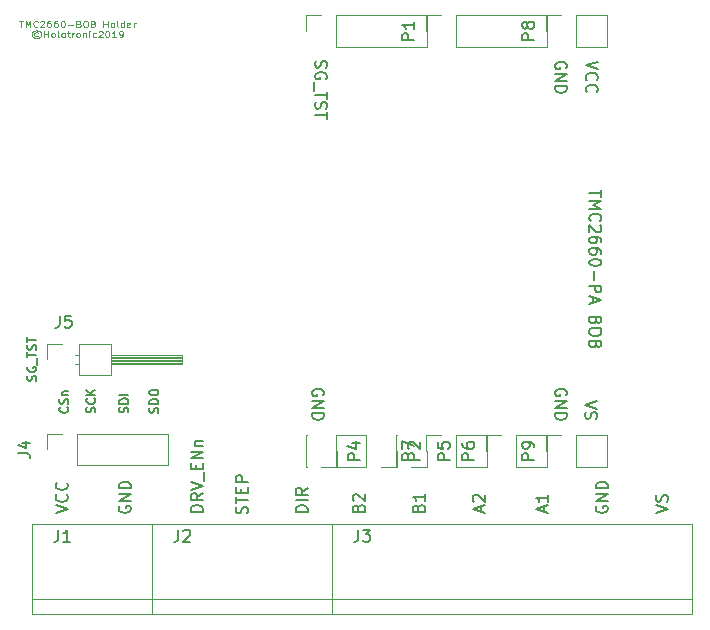
<source format=gto>
G04 #@! TF.GenerationSoftware,KiCad,Pcbnew,5.0.2-bee76a0~70~ubuntu18.04.1*
G04 #@! TF.CreationDate,2019-04-07T21:24:10+02:00*
G04 #@! TF.ProjectId,TMC2660_mount2,544d4332-3636-4305-9f6d-6f756e74322e,rev?*
G04 #@! TF.SameCoordinates,PX40126abPY799e129*
G04 #@! TF.FileFunction,Legend,Top*
G04 #@! TF.FilePolarity,Positive*
%FSLAX46Y46*%
G04 Gerber Fmt 4.6, Leading zero omitted, Abs format (unit mm)*
G04 Created by KiCad (PCBNEW 5.0.2-bee76a0~70~ubuntu18.04.1) date 2019-04-07T21:24:10 CEST*
%MOMM*%
%LPD*%
G01*
G04 APERTURE LIST*
%ADD10C,0.140000*%
%ADD11C,0.110000*%
%ADD12C,0.200000*%
%ADD13C,0.120000*%
%ADD14C,0.150000*%
G04 APERTURE END LIST*
D10*
X3432471Y21633849D02*
X3468185Y21740992D01*
X3468185Y21919563D01*
X3432471Y21990992D01*
X3396757Y22026706D01*
X3325328Y22062420D01*
X3253900Y22062420D01*
X3182471Y22026706D01*
X3146757Y21990992D01*
X3111042Y21919563D01*
X3075328Y21776706D01*
X3039614Y21705278D01*
X3003900Y21669563D01*
X2932471Y21633849D01*
X2861042Y21633849D01*
X2789614Y21669563D01*
X2753900Y21705278D01*
X2718185Y21776706D01*
X2718185Y21955278D01*
X2753900Y22062420D01*
X2753900Y22776706D02*
X2718185Y22705278D01*
X2718185Y22598135D01*
X2753900Y22490992D01*
X2825328Y22419563D01*
X2896757Y22383849D01*
X3039614Y22348135D01*
X3146757Y22348135D01*
X3289614Y22383849D01*
X3361042Y22419563D01*
X3432471Y22490992D01*
X3468185Y22598135D01*
X3468185Y22669563D01*
X3432471Y22776706D01*
X3396757Y22812420D01*
X3146757Y22812420D01*
X3146757Y22669563D01*
X3539614Y22955278D02*
X3539614Y23526706D01*
X2718185Y23598135D02*
X2718185Y24026706D01*
X3468185Y23812420D02*
X2718185Y23812420D01*
X3432471Y24240992D02*
X3468185Y24348135D01*
X3468185Y24526706D01*
X3432471Y24598135D01*
X3396757Y24633849D01*
X3325328Y24669563D01*
X3253900Y24669563D01*
X3182471Y24633849D01*
X3146757Y24598135D01*
X3111042Y24526706D01*
X3075328Y24383849D01*
X3039614Y24312420D01*
X3003900Y24276706D01*
X2932471Y24240992D01*
X2861042Y24240992D01*
X2789614Y24276706D01*
X2753900Y24312420D01*
X2718185Y24383849D01*
X2718185Y24562420D01*
X2753900Y24669563D01*
X2718185Y24883849D02*
X2718185Y25312420D01*
X3468185Y25098135D02*
X2718185Y25098135D01*
D11*
X2010328Y52081230D02*
X2353185Y52081230D01*
X2181757Y51581230D02*
X2181757Y52081230D01*
X2553185Y51581230D02*
X2553185Y52081230D01*
X2753185Y51724087D01*
X2953185Y52081230D01*
X2953185Y51581230D01*
X3581757Y51628849D02*
X3553185Y51605040D01*
X3467471Y51581230D01*
X3410328Y51581230D01*
X3324614Y51605040D01*
X3267471Y51652659D01*
X3238900Y51700278D01*
X3210328Y51795516D01*
X3210328Y51866944D01*
X3238900Y51962182D01*
X3267471Y52009801D01*
X3324614Y52057420D01*
X3410328Y52081230D01*
X3467471Y52081230D01*
X3553185Y52057420D01*
X3581757Y52033611D01*
X3810328Y52033611D02*
X3838900Y52057420D01*
X3896042Y52081230D01*
X4038900Y52081230D01*
X4096042Y52057420D01*
X4124614Y52033611D01*
X4153185Y51985992D01*
X4153185Y51938373D01*
X4124614Y51866944D01*
X3781757Y51581230D01*
X4153185Y51581230D01*
X4667471Y52081230D02*
X4553185Y52081230D01*
X4496042Y52057420D01*
X4467471Y52033611D01*
X4410328Y51962182D01*
X4381757Y51866944D01*
X4381757Y51676468D01*
X4410328Y51628849D01*
X4438900Y51605040D01*
X4496042Y51581230D01*
X4610328Y51581230D01*
X4667471Y51605040D01*
X4696042Y51628849D01*
X4724614Y51676468D01*
X4724614Y51795516D01*
X4696042Y51843135D01*
X4667471Y51866944D01*
X4610328Y51890754D01*
X4496042Y51890754D01*
X4438900Y51866944D01*
X4410328Y51843135D01*
X4381757Y51795516D01*
X5238900Y52081230D02*
X5124614Y52081230D01*
X5067471Y52057420D01*
X5038900Y52033611D01*
X4981757Y51962182D01*
X4953185Y51866944D01*
X4953185Y51676468D01*
X4981757Y51628849D01*
X5010328Y51605040D01*
X5067471Y51581230D01*
X5181757Y51581230D01*
X5238900Y51605040D01*
X5267471Y51628849D01*
X5296042Y51676468D01*
X5296042Y51795516D01*
X5267471Y51843135D01*
X5238900Y51866944D01*
X5181757Y51890754D01*
X5067471Y51890754D01*
X5010328Y51866944D01*
X4981757Y51843135D01*
X4953185Y51795516D01*
X5667471Y52081230D02*
X5724614Y52081230D01*
X5781757Y52057420D01*
X5810328Y52033611D01*
X5838900Y51985992D01*
X5867471Y51890754D01*
X5867471Y51771706D01*
X5838900Y51676468D01*
X5810328Y51628849D01*
X5781757Y51605040D01*
X5724614Y51581230D01*
X5667471Y51581230D01*
X5610328Y51605040D01*
X5581757Y51628849D01*
X5553185Y51676468D01*
X5524614Y51771706D01*
X5524614Y51890754D01*
X5553185Y51985992D01*
X5581757Y52033611D01*
X5610328Y52057420D01*
X5667471Y52081230D01*
X6124614Y51771706D02*
X6581757Y51771706D01*
X7067471Y51843135D02*
X7153185Y51819325D01*
X7181757Y51795516D01*
X7210328Y51747897D01*
X7210328Y51676468D01*
X7181757Y51628849D01*
X7153185Y51605040D01*
X7096042Y51581230D01*
X6867471Y51581230D01*
X6867471Y52081230D01*
X7067471Y52081230D01*
X7124614Y52057420D01*
X7153185Y52033611D01*
X7181757Y51985992D01*
X7181757Y51938373D01*
X7153185Y51890754D01*
X7124614Y51866944D01*
X7067471Y51843135D01*
X6867471Y51843135D01*
X7581757Y52081230D02*
X7696042Y52081230D01*
X7753185Y52057420D01*
X7810328Y52009801D01*
X7838900Y51914563D01*
X7838900Y51747897D01*
X7810328Y51652659D01*
X7753185Y51605040D01*
X7696042Y51581230D01*
X7581757Y51581230D01*
X7524614Y51605040D01*
X7467471Y51652659D01*
X7438900Y51747897D01*
X7438900Y51914563D01*
X7467471Y52009801D01*
X7524614Y52057420D01*
X7581757Y52081230D01*
X8296042Y51843135D02*
X8381757Y51819325D01*
X8410328Y51795516D01*
X8438900Y51747897D01*
X8438900Y51676468D01*
X8410328Y51628849D01*
X8381757Y51605040D01*
X8324614Y51581230D01*
X8096042Y51581230D01*
X8096042Y52081230D01*
X8296042Y52081230D01*
X8353185Y52057420D01*
X8381757Y52033611D01*
X8410328Y51985992D01*
X8410328Y51938373D01*
X8381757Y51890754D01*
X8353185Y51866944D01*
X8296042Y51843135D01*
X8096042Y51843135D01*
X9153185Y51581230D02*
X9153185Y52081230D01*
X9153185Y51843135D02*
X9496042Y51843135D01*
X9496042Y51581230D02*
X9496042Y52081230D01*
X9867471Y51581230D02*
X9810328Y51605040D01*
X9781757Y51628849D01*
X9753185Y51676468D01*
X9753185Y51819325D01*
X9781757Y51866944D01*
X9810328Y51890754D01*
X9867471Y51914563D01*
X9953185Y51914563D01*
X10010328Y51890754D01*
X10038900Y51866944D01*
X10067471Y51819325D01*
X10067471Y51676468D01*
X10038900Y51628849D01*
X10010328Y51605040D01*
X9953185Y51581230D01*
X9867471Y51581230D01*
X10410328Y51581230D02*
X10353185Y51605040D01*
X10324614Y51652659D01*
X10324614Y52081230D01*
X10896042Y51581230D02*
X10896042Y52081230D01*
X10896042Y51605040D02*
X10838900Y51581230D01*
X10724614Y51581230D01*
X10667471Y51605040D01*
X10638900Y51628849D01*
X10610328Y51676468D01*
X10610328Y51819325D01*
X10638900Y51866944D01*
X10667471Y51890754D01*
X10724614Y51914563D01*
X10838900Y51914563D01*
X10896042Y51890754D01*
X11410328Y51605040D02*
X11353185Y51581230D01*
X11238900Y51581230D01*
X11181757Y51605040D01*
X11153185Y51652659D01*
X11153185Y51843135D01*
X11181757Y51890754D01*
X11238900Y51914563D01*
X11353185Y51914563D01*
X11410328Y51890754D01*
X11438900Y51843135D01*
X11438900Y51795516D01*
X11153185Y51747897D01*
X11696042Y51581230D02*
X11696042Y51914563D01*
X11696042Y51819325D02*
X11724614Y51866944D01*
X11753185Y51890754D01*
X11810328Y51914563D01*
X11867471Y51914563D01*
X3596042Y51102182D02*
X3538900Y51125992D01*
X3424614Y51125992D01*
X3367471Y51102182D01*
X3310328Y51054563D01*
X3281757Y51006944D01*
X3281757Y50911706D01*
X3310328Y50864087D01*
X3367471Y50816468D01*
X3424614Y50792659D01*
X3538900Y50792659D01*
X3596042Y50816468D01*
X3481757Y51292659D02*
X3338900Y51268849D01*
X3196042Y51197420D01*
X3110328Y51078373D01*
X3081757Y50959325D01*
X3110328Y50840278D01*
X3196042Y50721230D01*
X3338900Y50649801D01*
X3481757Y50625992D01*
X3624614Y50649801D01*
X3767471Y50721230D01*
X3853185Y50840278D01*
X3881757Y50959325D01*
X3853185Y51078373D01*
X3767471Y51197420D01*
X3624614Y51268849D01*
X3481757Y51292659D01*
X4138900Y50721230D02*
X4138900Y51221230D01*
X4138900Y50983135D02*
X4481757Y50983135D01*
X4481757Y50721230D02*
X4481757Y51221230D01*
X4853185Y50721230D02*
X4796042Y50745040D01*
X4767471Y50768849D01*
X4738900Y50816468D01*
X4738900Y50959325D01*
X4767471Y51006944D01*
X4796042Y51030754D01*
X4853185Y51054563D01*
X4938900Y51054563D01*
X4996042Y51030754D01*
X5024614Y51006944D01*
X5053185Y50959325D01*
X5053185Y50816468D01*
X5024614Y50768849D01*
X4996042Y50745040D01*
X4938900Y50721230D01*
X4853185Y50721230D01*
X5396042Y50721230D02*
X5338900Y50745040D01*
X5310328Y50792659D01*
X5310328Y51221230D01*
X5710328Y50721230D02*
X5653185Y50745040D01*
X5624614Y50768849D01*
X5596042Y50816468D01*
X5596042Y50959325D01*
X5624614Y51006944D01*
X5653185Y51030754D01*
X5710328Y51054563D01*
X5796042Y51054563D01*
X5853185Y51030754D01*
X5881757Y51006944D01*
X5910328Y50959325D01*
X5910328Y50816468D01*
X5881757Y50768849D01*
X5853185Y50745040D01*
X5796042Y50721230D01*
X5710328Y50721230D01*
X6081757Y51054563D02*
X6310328Y51054563D01*
X6167471Y51221230D02*
X6167471Y50792659D01*
X6196042Y50745040D01*
X6253185Y50721230D01*
X6310328Y50721230D01*
X6510328Y50721230D02*
X6510328Y51054563D01*
X6510328Y50959325D02*
X6538900Y51006944D01*
X6567471Y51030754D01*
X6624614Y51054563D01*
X6681757Y51054563D01*
X6967471Y50721230D02*
X6910328Y50745040D01*
X6881757Y50768849D01*
X6853185Y50816468D01*
X6853185Y50959325D01*
X6881757Y51006944D01*
X6910328Y51030754D01*
X6967471Y51054563D01*
X7053185Y51054563D01*
X7110328Y51030754D01*
X7138900Y51006944D01*
X7167471Y50959325D01*
X7167471Y50816468D01*
X7138900Y50768849D01*
X7110328Y50745040D01*
X7053185Y50721230D01*
X6967471Y50721230D01*
X7424614Y51054563D02*
X7424614Y50721230D01*
X7424614Y51006944D02*
X7453185Y51030754D01*
X7510328Y51054563D01*
X7596042Y51054563D01*
X7653185Y51030754D01*
X7681757Y50983135D01*
X7681757Y50721230D01*
X7967471Y50721230D02*
X7967471Y51054563D01*
X7967471Y51221230D02*
X7938900Y51197420D01*
X7967471Y51173611D01*
X7996042Y51197420D01*
X7967471Y51221230D01*
X7967471Y51173611D01*
X8510328Y50745040D02*
X8453185Y50721230D01*
X8338900Y50721230D01*
X8281757Y50745040D01*
X8253185Y50768849D01*
X8224614Y50816468D01*
X8224614Y50959325D01*
X8253185Y51006944D01*
X8281757Y51030754D01*
X8338900Y51054563D01*
X8453185Y51054563D01*
X8510328Y51030754D01*
X8738900Y51173611D02*
X8767471Y51197420D01*
X8824614Y51221230D01*
X8967471Y51221230D01*
X9024614Y51197420D01*
X9053185Y51173611D01*
X9081757Y51125992D01*
X9081757Y51078373D01*
X9053185Y51006944D01*
X8710328Y50721230D01*
X9081757Y50721230D01*
X9453185Y51221230D02*
X9510328Y51221230D01*
X9567471Y51197420D01*
X9596042Y51173611D01*
X9624614Y51125992D01*
X9653185Y51030754D01*
X9653185Y50911706D01*
X9624614Y50816468D01*
X9596042Y50768849D01*
X9567471Y50745040D01*
X9510328Y50721230D01*
X9453185Y50721230D01*
X9396042Y50745040D01*
X9367471Y50768849D01*
X9338900Y50816468D01*
X9310328Y50911706D01*
X9310328Y51030754D01*
X9338900Y51125992D01*
X9367471Y51173611D01*
X9396042Y51197420D01*
X9453185Y51221230D01*
X10224614Y50721230D02*
X9881757Y50721230D01*
X10053185Y50721230D02*
X10053185Y51221230D01*
X9996042Y51149801D01*
X9938900Y51102182D01*
X9881757Y51078373D01*
X10510328Y50721230D02*
X10624614Y50721230D01*
X10681757Y50745040D01*
X10710328Y50768849D01*
X10767471Y50840278D01*
X10796042Y50935516D01*
X10796042Y51125992D01*
X10767471Y51173611D01*
X10738900Y51197420D01*
X10681757Y51221230D01*
X10567471Y51221230D01*
X10510328Y51197420D01*
X10481757Y51173611D01*
X10453185Y51125992D01*
X10453185Y51006944D01*
X10481757Y50959325D01*
X10510328Y50935516D01*
X10567471Y50911706D01*
X10681757Y50911706D01*
X10738900Y50935516D01*
X10767471Y50959325D01*
X10796042Y51006944D01*
D12*
X27758900Y20389325D02*
X27806519Y20484563D01*
X27806519Y20627420D01*
X27758900Y20770278D01*
X27663661Y20865516D01*
X27568423Y20913135D01*
X27377947Y20960754D01*
X27235090Y20960754D01*
X27044614Y20913135D01*
X26949376Y20865516D01*
X26854138Y20770278D01*
X26806519Y20627420D01*
X26806519Y20532182D01*
X26854138Y20389325D01*
X26901757Y20341706D01*
X27235090Y20341706D01*
X27235090Y20532182D01*
X26806519Y19913135D02*
X27806519Y19913135D01*
X26806519Y19341706D01*
X27806519Y19341706D01*
X26806519Y18865516D02*
X27806519Y18865516D01*
X27806519Y18627420D01*
X27758900Y18484563D01*
X27663661Y18389325D01*
X27568423Y18341706D01*
X27377947Y18294087D01*
X27235090Y18294087D01*
X27044614Y18341706D01*
X26949376Y18389325D01*
X26854138Y18484563D01*
X26806519Y18627420D01*
X26806519Y18865516D01*
X48332900Y20389325D02*
X48380519Y20484563D01*
X48380519Y20627420D01*
X48332900Y20770278D01*
X48237661Y20865516D01*
X48142423Y20913135D01*
X47951947Y20960754D01*
X47809090Y20960754D01*
X47618614Y20913135D01*
X47523376Y20865516D01*
X47428138Y20770278D01*
X47380519Y20627420D01*
X47380519Y20532182D01*
X47428138Y20389325D01*
X47475757Y20341706D01*
X47809090Y20341706D01*
X47809090Y20532182D01*
X47380519Y19913135D02*
X48380519Y19913135D01*
X47380519Y19341706D01*
X48380519Y19341706D01*
X47380519Y18865516D02*
X48380519Y18865516D01*
X48380519Y18627420D01*
X48332900Y18484563D01*
X48237661Y18389325D01*
X48142423Y18341706D01*
X47951947Y18294087D01*
X47809090Y18294087D01*
X47618614Y18341706D01*
X47523376Y18389325D01*
X47428138Y18484563D01*
X47380519Y18627420D01*
X47380519Y18865516D01*
X50920519Y19928944D02*
X49920519Y19595611D01*
X50920519Y19262278D01*
X49968138Y18976563D02*
X49920519Y18833706D01*
X49920519Y18595611D01*
X49968138Y18500373D01*
X50015757Y18452754D01*
X50110995Y18405135D01*
X50206233Y18405135D01*
X50301471Y18452754D01*
X50349090Y18500373D01*
X50396709Y18595611D01*
X50444328Y18786087D01*
X50491947Y18881325D01*
X50539566Y18928944D01*
X50634804Y18976563D01*
X50730042Y18976563D01*
X50825280Y18928944D01*
X50872900Y18881325D01*
X50920519Y18786087D01*
X50920519Y18547992D01*
X50872900Y18405135D01*
X27108138Y48702182D02*
X27060519Y48559325D01*
X27060519Y48321230D01*
X27108138Y48225992D01*
X27155757Y48178373D01*
X27250995Y48130754D01*
X27346233Y48130754D01*
X27441471Y48178373D01*
X27489090Y48225992D01*
X27536709Y48321230D01*
X27584328Y48511706D01*
X27631947Y48606944D01*
X27679566Y48654563D01*
X27774804Y48702182D01*
X27870042Y48702182D01*
X27965280Y48654563D01*
X28012900Y48606944D01*
X28060519Y48511706D01*
X28060519Y48273611D01*
X28012900Y48130754D01*
X28012900Y47178373D02*
X28060519Y47273611D01*
X28060519Y47416468D01*
X28012900Y47559325D01*
X27917661Y47654563D01*
X27822423Y47702182D01*
X27631947Y47749801D01*
X27489090Y47749801D01*
X27298614Y47702182D01*
X27203376Y47654563D01*
X27108138Y47559325D01*
X27060519Y47416468D01*
X27060519Y47321230D01*
X27108138Y47178373D01*
X27155757Y47130754D01*
X27489090Y47130754D01*
X27489090Y47321230D01*
X26965280Y46940278D02*
X26965280Y46178373D01*
X28060519Y46083135D02*
X28060519Y45511706D01*
X27060519Y45797420D02*
X28060519Y45797420D01*
X27108138Y45225992D02*
X27060519Y45083135D01*
X27060519Y44845040D01*
X27108138Y44749801D01*
X27155757Y44702182D01*
X27250995Y44654563D01*
X27346233Y44654563D01*
X27441471Y44702182D01*
X27489090Y44749801D01*
X27536709Y44845040D01*
X27584328Y45035516D01*
X27631947Y45130754D01*
X27679566Y45178373D01*
X27774804Y45225992D01*
X27870042Y45225992D01*
X27965280Y45178373D01*
X28012900Y45130754D01*
X28060519Y45035516D01*
X28060519Y44797420D01*
X28012900Y44654563D01*
X28060519Y44368849D02*
X28060519Y43797420D01*
X27060519Y44083135D02*
X28060519Y44083135D01*
X48332900Y48075325D02*
X48380519Y48170563D01*
X48380519Y48313420D01*
X48332900Y48456278D01*
X48237661Y48551516D01*
X48142423Y48599135D01*
X47951947Y48646754D01*
X47809090Y48646754D01*
X47618614Y48599135D01*
X47523376Y48551516D01*
X47428138Y48456278D01*
X47380519Y48313420D01*
X47380519Y48218182D01*
X47428138Y48075325D01*
X47475757Y48027706D01*
X47809090Y48027706D01*
X47809090Y48218182D01*
X47380519Y47599135D02*
X48380519Y47599135D01*
X47380519Y47027706D01*
X48380519Y47027706D01*
X47380519Y46551516D02*
X48380519Y46551516D01*
X48380519Y46313420D01*
X48332900Y46170563D01*
X48237661Y46075325D01*
X48142423Y46027706D01*
X47951947Y45980087D01*
X47809090Y45980087D01*
X47618614Y46027706D01*
X47523376Y46075325D01*
X47428138Y46170563D01*
X47380519Y46313420D01*
X47380519Y46551516D01*
X50996356Y48644786D02*
X49996356Y48311452D01*
X50996356Y47978119D01*
X50091594Y47073357D02*
X50043975Y47120976D01*
X49996356Y47263833D01*
X49996356Y47359072D01*
X50043975Y47501929D01*
X50139213Y47597167D01*
X50234451Y47644786D01*
X50424927Y47692405D01*
X50567784Y47692405D01*
X50758260Y47644786D01*
X50853498Y47597167D01*
X50948737Y47501929D01*
X50996356Y47359072D01*
X50996356Y47263833D01*
X50948737Y47120976D01*
X50901117Y47073357D01*
X50091594Y46073357D02*
X50043975Y46120976D01*
X49996356Y46263833D01*
X49996356Y46359072D01*
X50043975Y46501929D01*
X50139213Y46597167D01*
X50234451Y46644786D01*
X50424927Y46692405D01*
X50567784Y46692405D01*
X50758260Y46644786D01*
X50853498Y46597167D01*
X50948737Y46501929D01*
X50996356Y46359072D01*
X50996356Y46263833D01*
X50948737Y46120976D01*
X50901117Y46073357D01*
X51301519Y37771706D02*
X51301519Y37200278D01*
X50301519Y37485992D02*
X51301519Y37485992D01*
X50301519Y36866944D02*
X51301519Y36866944D01*
X50587233Y36533611D01*
X51301519Y36200278D01*
X50301519Y36200278D01*
X50396757Y35152659D02*
X50349138Y35200278D01*
X50301519Y35343135D01*
X50301519Y35438373D01*
X50349138Y35581230D01*
X50444376Y35676468D01*
X50539614Y35724087D01*
X50730090Y35771706D01*
X50872947Y35771706D01*
X51063423Y35724087D01*
X51158661Y35676468D01*
X51253900Y35581230D01*
X51301519Y35438373D01*
X51301519Y35343135D01*
X51253900Y35200278D01*
X51206280Y35152659D01*
X51206280Y34771706D02*
X51253900Y34724087D01*
X51301519Y34628849D01*
X51301519Y34390754D01*
X51253900Y34295516D01*
X51206280Y34247897D01*
X51111042Y34200278D01*
X51015804Y34200278D01*
X50872947Y34247897D01*
X50301519Y34819325D01*
X50301519Y34200278D01*
X51301519Y33343135D02*
X51301519Y33533611D01*
X51253900Y33628849D01*
X51206280Y33676468D01*
X51063423Y33771706D01*
X50872947Y33819325D01*
X50491995Y33819325D01*
X50396757Y33771706D01*
X50349138Y33724087D01*
X50301519Y33628849D01*
X50301519Y33438373D01*
X50349138Y33343135D01*
X50396757Y33295516D01*
X50491995Y33247897D01*
X50730090Y33247897D01*
X50825328Y33295516D01*
X50872947Y33343135D01*
X50920566Y33438373D01*
X50920566Y33628849D01*
X50872947Y33724087D01*
X50825328Y33771706D01*
X50730090Y33819325D01*
X51301519Y32390754D02*
X51301519Y32581230D01*
X51253900Y32676468D01*
X51206280Y32724087D01*
X51063423Y32819325D01*
X50872947Y32866944D01*
X50491995Y32866944D01*
X50396757Y32819325D01*
X50349138Y32771706D01*
X50301519Y32676468D01*
X50301519Y32485992D01*
X50349138Y32390754D01*
X50396757Y32343135D01*
X50491995Y32295516D01*
X50730090Y32295516D01*
X50825328Y32343135D01*
X50872947Y32390754D01*
X50920566Y32485992D01*
X50920566Y32676468D01*
X50872947Y32771706D01*
X50825328Y32819325D01*
X50730090Y32866944D01*
X51301519Y31676468D02*
X51301519Y31581230D01*
X51253900Y31485992D01*
X51206280Y31438373D01*
X51111042Y31390754D01*
X50920566Y31343135D01*
X50682471Y31343135D01*
X50491995Y31390754D01*
X50396757Y31438373D01*
X50349138Y31485992D01*
X50301519Y31581230D01*
X50301519Y31676468D01*
X50349138Y31771706D01*
X50396757Y31819325D01*
X50491995Y31866944D01*
X50682471Y31914563D01*
X50920566Y31914563D01*
X51111042Y31866944D01*
X51206280Y31819325D01*
X51253900Y31771706D01*
X51301519Y31676468D01*
X50682471Y30914563D02*
X50682471Y30152659D01*
X50301519Y29676468D02*
X51301519Y29676468D01*
X51301519Y29295516D01*
X51253900Y29200278D01*
X51206280Y29152659D01*
X51111042Y29105040D01*
X50968185Y29105040D01*
X50872947Y29152659D01*
X50825328Y29200278D01*
X50777709Y29295516D01*
X50777709Y29676468D01*
X50587233Y28724087D02*
X50587233Y28247897D01*
X50301519Y28819325D02*
X51301519Y28485992D01*
X50301519Y28152659D01*
X50825328Y26724087D02*
X50777709Y26581230D01*
X50730090Y26533611D01*
X50634852Y26485992D01*
X50491995Y26485992D01*
X50396757Y26533611D01*
X50349138Y26581230D01*
X50301519Y26676468D01*
X50301519Y27057420D01*
X51301519Y27057420D01*
X51301519Y26724087D01*
X51253900Y26628849D01*
X51206280Y26581230D01*
X51111042Y26533611D01*
X51015804Y26533611D01*
X50920566Y26581230D01*
X50872947Y26628849D01*
X50825328Y26724087D01*
X50825328Y27057420D01*
X51301519Y25866944D02*
X51301519Y25676468D01*
X51253900Y25581230D01*
X51158661Y25485992D01*
X50968185Y25438373D01*
X50634852Y25438373D01*
X50444376Y25485992D01*
X50349138Y25581230D01*
X50301519Y25676468D01*
X50301519Y25866944D01*
X50349138Y25962182D01*
X50444376Y26057420D01*
X50634852Y26105040D01*
X50968185Y26105040D01*
X51158661Y26057420D01*
X51253900Y25962182D01*
X51301519Y25866944D01*
X50825328Y24676468D02*
X50777709Y24533611D01*
X50730090Y24485992D01*
X50634852Y24438373D01*
X50491995Y24438373D01*
X50396757Y24485992D01*
X50349138Y24533611D01*
X50301519Y24628849D01*
X50301519Y25009801D01*
X51301519Y25009801D01*
X51301519Y24676468D01*
X51253900Y24581230D01*
X51206280Y24533611D01*
X51111042Y24485992D01*
X51015804Y24485992D01*
X50920566Y24533611D01*
X50872947Y24581230D01*
X50825328Y24676468D01*
X50825328Y25009801D01*
X55921280Y10435897D02*
X56921280Y10769230D01*
X55921280Y11102563D01*
X56873661Y11388278D02*
X56921280Y11531135D01*
X56921280Y11769230D01*
X56873661Y11864468D01*
X56826042Y11912087D01*
X56730804Y11959706D01*
X56635566Y11959706D01*
X56540328Y11912087D01*
X56492709Y11864468D01*
X56445090Y11769230D01*
X56397471Y11578754D01*
X56349852Y11483516D01*
X56302233Y11435897D01*
X56206995Y11388278D01*
X56111757Y11388278D01*
X56016519Y11435897D01*
X55968900Y11483516D01*
X55921280Y11578754D01*
X55921280Y11816849D01*
X55968900Y11959706D01*
X50888900Y10991516D02*
X50841280Y10896278D01*
X50841280Y10753420D01*
X50888900Y10610563D01*
X50984138Y10515325D01*
X51079376Y10467706D01*
X51269852Y10420087D01*
X51412709Y10420087D01*
X51603185Y10467706D01*
X51698423Y10515325D01*
X51793661Y10610563D01*
X51841280Y10753420D01*
X51841280Y10848659D01*
X51793661Y10991516D01*
X51746042Y11039135D01*
X51412709Y11039135D01*
X51412709Y10848659D01*
X51841280Y11467706D02*
X50841280Y11467706D01*
X51841280Y12039135D01*
X50841280Y12039135D01*
X51841280Y12515325D02*
X50841280Y12515325D01*
X50841280Y12753420D01*
X50888900Y12896278D01*
X50984138Y12991516D01*
X51079376Y13039135D01*
X51269852Y13086754D01*
X51412709Y13086754D01*
X51603185Y13039135D01*
X51698423Y12991516D01*
X51793661Y12896278D01*
X51841280Y12753420D01*
X51841280Y12515325D01*
X46475566Y10531135D02*
X46475566Y11007325D01*
X46761280Y10435897D02*
X45761280Y10769230D01*
X46761280Y11102563D01*
X46761280Y11959706D02*
X46761280Y11388278D01*
X46761280Y11673992D02*
X45761280Y11673992D01*
X45904138Y11578754D01*
X45999376Y11483516D01*
X46046995Y11388278D01*
X41141566Y10531135D02*
X41141566Y11007325D01*
X41427280Y10435897D02*
X40427280Y10769230D01*
X41427280Y11102563D01*
X40522519Y11388278D02*
X40474900Y11435897D01*
X40427280Y11531135D01*
X40427280Y11769230D01*
X40474900Y11864468D01*
X40522519Y11912087D01*
X40617757Y11959706D01*
X40712995Y11959706D01*
X40855852Y11912087D01*
X41427280Y11340659D01*
X41427280Y11959706D01*
X35823471Y10840659D02*
X35871090Y10983516D01*
X35918709Y11031135D01*
X36013947Y11078754D01*
X36156804Y11078754D01*
X36252042Y11031135D01*
X36299661Y10983516D01*
X36347280Y10888278D01*
X36347280Y10507325D01*
X35347280Y10507325D01*
X35347280Y10840659D01*
X35394900Y10935897D01*
X35442519Y10983516D01*
X35537757Y11031135D01*
X35632995Y11031135D01*
X35728233Y10983516D01*
X35775852Y10935897D01*
X35823471Y10840659D01*
X35823471Y10507325D01*
X36347280Y12031135D02*
X36347280Y11459706D01*
X36347280Y11745420D02*
X35347280Y11745420D01*
X35490138Y11650182D01*
X35585376Y11554944D01*
X35632995Y11459706D01*
X30743471Y10840659D02*
X30791090Y10983516D01*
X30838709Y11031135D01*
X30933947Y11078754D01*
X31076804Y11078754D01*
X31172042Y11031135D01*
X31219661Y10983516D01*
X31267280Y10888278D01*
X31267280Y10507325D01*
X30267280Y10507325D01*
X30267280Y10840659D01*
X30314900Y10935897D01*
X30362519Y10983516D01*
X30457757Y11031135D01*
X30552995Y11031135D01*
X30648233Y10983516D01*
X30695852Y10935897D01*
X30743471Y10840659D01*
X30743471Y10507325D01*
X30362519Y11459706D02*
X30314900Y11507325D01*
X30267280Y11602563D01*
X30267280Y11840659D01*
X30314900Y11935897D01*
X30362519Y11983516D01*
X30457757Y12031135D01*
X30552995Y12031135D01*
X30695852Y11983516D01*
X31267280Y11412087D01*
X31267280Y12031135D01*
X26441280Y10499420D02*
X25441280Y10499420D01*
X25441280Y10737516D01*
X25488900Y10880373D01*
X25584138Y10975611D01*
X25679376Y11023230D01*
X25869852Y11070849D01*
X26012709Y11070849D01*
X26203185Y11023230D01*
X26298423Y10975611D01*
X26393661Y10880373D01*
X26441280Y10737516D01*
X26441280Y10499420D01*
X26441280Y11499420D02*
X25441280Y11499420D01*
X26441280Y12547040D02*
X25965090Y12213706D01*
X26441280Y11975611D02*
X25441280Y11975611D01*
X25441280Y12356563D01*
X25488900Y12451801D01*
X25536519Y12499420D01*
X25631757Y12547040D01*
X25774614Y12547040D01*
X25869852Y12499420D01*
X25917471Y12451801D01*
X25965090Y12356563D01*
X25965090Y11975611D01*
X21313661Y10388373D02*
X21361280Y10531230D01*
X21361280Y10769325D01*
X21313661Y10864563D01*
X21266042Y10912182D01*
X21170804Y10959801D01*
X21075566Y10959801D01*
X20980328Y10912182D01*
X20932709Y10864563D01*
X20885090Y10769325D01*
X20837471Y10578849D01*
X20789852Y10483611D01*
X20742233Y10435992D01*
X20646995Y10388373D01*
X20551757Y10388373D01*
X20456519Y10435992D01*
X20408900Y10483611D01*
X20361280Y10578849D01*
X20361280Y10816944D01*
X20408900Y10959801D01*
X20361280Y11245516D02*
X20361280Y11816944D01*
X21361280Y11531230D02*
X20361280Y11531230D01*
X20837471Y12150278D02*
X20837471Y12483611D01*
X21361280Y12626468D02*
X21361280Y12150278D01*
X20361280Y12150278D01*
X20361280Y12626468D01*
X21361280Y13055040D02*
X20361280Y13055040D01*
X20361280Y13435992D01*
X20408900Y13531230D01*
X20456519Y13578849D01*
X20551757Y13626468D01*
X20694614Y13626468D01*
X20789852Y13578849D01*
X20837471Y13531230D01*
X20885090Y13435992D01*
X20885090Y13055040D01*
X17551280Y10531420D02*
X16551280Y10531420D01*
X16551280Y10769516D01*
X16598900Y10912373D01*
X16694138Y11007611D01*
X16789376Y11055230D01*
X16979852Y11102849D01*
X17122709Y11102849D01*
X17313185Y11055230D01*
X17408423Y11007611D01*
X17503661Y10912373D01*
X17551280Y10769516D01*
X17551280Y10531420D01*
X17551280Y12102849D02*
X17075090Y11769516D01*
X17551280Y11531420D02*
X16551280Y11531420D01*
X16551280Y11912373D01*
X16598900Y12007611D01*
X16646519Y12055230D01*
X16741757Y12102849D01*
X16884614Y12102849D01*
X16979852Y12055230D01*
X17027471Y12007611D01*
X17075090Y11912373D01*
X17075090Y11531420D01*
X16551280Y12388563D02*
X17551280Y12721897D01*
X16551280Y13055230D01*
X17646519Y13150468D02*
X17646519Y13912373D01*
X17027471Y14150468D02*
X17027471Y14483801D01*
X17551280Y14626659D02*
X17551280Y14150468D01*
X16551280Y14150468D01*
X16551280Y14626659D01*
X17551280Y15055230D02*
X16551280Y15055230D01*
X17551280Y15626659D01*
X16551280Y15626659D01*
X16884614Y16102849D02*
X17551280Y16102849D01*
X16979852Y16102849D02*
X16932233Y16150468D01*
X16884614Y16245706D01*
X16884614Y16388563D01*
X16932233Y16483801D01*
X17027471Y16531420D01*
X17551280Y16531420D01*
X10502900Y10991516D02*
X10455280Y10896278D01*
X10455280Y10753420D01*
X10502900Y10610563D01*
X10598138Y10515325D01*
X10693376Y10467706D01*
X10883852Y10420087D01*
X11026709Y10420087D01*
X11217185Y10467706D01*
X11312423Y10515325D01*
X11407661Y10610563D01*
X11455280Y10753420D01*
X11455280Y10848659D01*
X11407661Y10991516D01*
X11360042Y11039135D01*
X11026709Y11039135D01*
X11026709Y10848659D01*
X11455280Y11467706D02*
X10455280Y11467706D01*
X11455280Y12039135D01*
X10455280Y12039135D01*
X11455280Y12515325D02*
X10455280Y12515325D01*
X10455280Y12753420D01*
X10502900Y12896278D01*
X10598138Y12991516D01*
X10693376Y13039135D01*
X10883852Y13086754D01*
X11026709Y13086754D01*
X11217185Y13039135D01*
X11312423Y12991516D01*
X11407661Y12896278D01*
X11455280Y12753420D01*
X11455280Y12515325D01*
X5121280Y10420087D02*
X6121280Y10753420D01*
X5121280Y11086754D01*
X6026042Y11991516D02*
X6073661Y11943897D01*
X6121280Y11801040D01*
X6121280Y11705801D01*
X6073661Y11562944D01*
X5978423Y11467706D01*
X5883185Y11420087D01*
X5692709Y11372468D01*
X5549852Y11372468D01*
X5359376Y11420087D01*
X5264138Y11467706D01*
X5168900Y11562944D01*
X5121280Y11705801D01*
X5121280Y11801040D01*
X5168900Y11943897D01*
X5216519Y11991516D01*
X6026042Y12991516D02*
X6073661Y12943897D01*
X6121280Y12801040D01*
X6121280Y12705801D01*
X6073661Y12562944D01*
X5978423Y12467706D01*
X5883185Y12420087D01*
X5692709Y12372468D01*
X5549852Y12372468D01*
X5359376Y12420087D01*
X5264138Y12467706D01*
X5168900Y12562944D01*
X5121280Y12705801D01*
X5121280Y12801040D01*
X5168900Y12943897D01*
X5216519Y12991516D01*
D10*
X13760786Y18912807D02*
X13796500Y19019949D01*
X13796500Y19198521D01*
X13760786Y19269949D01*
X13725072Y19305664D01*
X13653643Y19341378D01*
X13582215Y19341378D01*
X13510786Y19305664D01*
X13475072Y19269949D01*
X13439357Y19198521D01*
X13403643Y19055664D01*
X13367929Y18984235D01*
X13332215Y18948521D01*
X13260786Y18912807D01*
X13189357Y18912807D01*
X13117929Y18948521D01*
X13082215Y18984235D01*
X13046500Y19055664D01*
X13046500Y19234235D01*
X13082215Y19341378D01*
X13796500Y19662807D02*
X13046500Y19662807D01*
X13046500Y19841378D01*
X13082215Y19948521D01*
X13153643Y20019949D01*
X13225072Y20055664D01*
X13367929Y20091378D01*
X13475072Y20091378D01*
X13617929Y20055664D01*
X13689357Y20019949D01*
X13760786Y19948521D01*
X13796500Y19841378D01*
X13796500Y19662807D01*
X13046500Y20555664D02*
X13046500Y20698521D01*
X13082215Y20769949D01*
X13153643Y20841378D01*
X13296500Y20877092D01*
X13546500Y20877092D01*
X13689357Y20841378D01*
X13760786Y20769949D01*
X13796500Y20698521D01*
X13796500Y20555664D01*
X13760786Y20484235D01*
X13689357Y20412807D01*
X13546500Y20377092D01*
X13296500Y20377092D01*
X13153643Y20412807D01*
X13082215Y20484235D01*
X13046500Y20555664D01*
X11220786Y18943092D02*
X11256500Y19050235D01*
X11256500Y19228807D01*
X11220786Y19300235D01*
X11185072Y19335949D01*
X11113643Y19371664D01*
X11042215Y19371664D01*
X10970786Y19335949D01*
X10935072Y19300235D01*
X10899357Y19228807D01*
X10863643Y19085949D01*
X10827929Y19014521D01*
X10792215Y18978807D01*
X10720786Y18943092D01*
X10649357Y18943092D01*
X10577929Y18978807D01*
X10542215Y19014521D01*
X10506500Y19085949D01*
X10506500Y19264521D01*
X10542215Y19371664D01*
X11256500Y19693092D02*
X10506500Y19693092D01*
X10506500Y19871664D01*
X10542215Y19978807D01*
X10613643Y20050235D01*
X10685072Y20085949D01*
X10827929Y20121664D01*
X10935072Y20121664D01*
X11077929Y20085949D01*
X11149357Y20050235D01*
X11220786Y19978807D01*
X11256500Y19871664D01*
X11256500Y19693092D01*
X11256500Y20443092D02*
X10506500Y20443092D01*
X8426786Y18940664D02*
X8462500Y19047807D01*
X8462500Y19226378D01*
X8426786Y19297807D01*
X8391072Y19333521D01*
X8319643Y19369235D01*
X8248215Y19369235D01*
X8176786Y19333521D01*
X8141072Y19297807D01*
X8105357Y19226378D01*
X8069643Y19083521D01*
X8033929Y19012092D01*
X7998215Y18976378D01*
X7926786Y18940664D01*
X7855357Y18940664D01*
X7783929Y18976378D01*
X7748215Y19012092D01*
X7712500Y19083521D01*
X7712500Y19262092D01*
X7748215Y19369235D01*
X8391072Y20119235D02*
X8426786Y20083521D01*
X8462500Y19976378D01*
X8462500Y19904949D01*
X8426786Y19797807D01*
X8355357Y19726378D01*
X8283929Y19690664D01*
X8141072Y19654949D01*
X8033929Y19654949D01*
X7891072Y19690664D01*
X7819643Y19726378D01*
X7748215Y19797807D01*
X7712500Y19904949D01*
X7712500Y19976378D01*
X7748215Y20083521D01*
X7783929Y20119235D01*
X8462500Y20440664D02*
X7712500Y20440664D01*
X8462500Y20869235D02*
X8033929Y20547807D01*
X7712500Y20869235D02*
X8141072Y20440664D01*
X6105072Y19380664D02*
X6140786Y19344949D01*
X6176500Y19237807D01*
X6176500Y19166378D01*
X6140786Y19059235D01*
X6069357Y18987807D01*
X5997929Y18952092D01*
X5855072Y18916378D01*
X5747929Y18916378D01*
X5605072Y18952092D01*
X5533643Y18987807D01*
X5462215Y19059235D01*
X5426500Y19166378D01*
X5426500Y19237807D01*
X5462215Y19344949D01*
X5497929Y19380664D01*
X6140786Y19666378D02*
X6176500Y19773521D01*
X6176500Y19952092D01*
X6140786Y20023521D01*
X6105072Y20059235D01*
X6033643Y20094949D01*
X5962215Y20094949D01*
X5890786Y20059235D01*
X5855072Y20023521D01*
X5819357Y19952092D01*
X5783643Y19809235D01*
X5747929Y19737807D01*
X5712215Y19702092D01*
X5640786Y19666378D01*
X5569357Y19666378D01*
X5497929Y19702092D01*
X5462215Y19737807D01*
X5426500Y19809235D01*
X5426500Y19987807D01*
X5462215Y20094949D01*
X5676500Y20416378D02*
X6176500Y20416378D01*
X5747929Y20416378D02*
X5712215Y20452092D01*
X5676500Y20523521D01*
X5676500Y20630664D01*
X5712215Y20702092D01*
X5783643Y20737807D01*
X6176500Y20737807D01*
D13*
G04 #@! TO.C,J5*
X4398900Y24707420D02*
X5668900Y24707420D01*
X4398900Y23437420D02*
X4398900Y24707420D01*
X6778900Y23057420D02*
X7108900Y23057420D01*
X6778900Y23817420D02*
X7108900Y23817420D01*
X9768900Y23157420D02*
X15768900Y23157420D01*
X9768900Y23277420D02*
X15768900Y23277420D01*
X9768900Y23397420D02*
X15768900Y23397420D01*
X9768900Y23517420D02*
X15768900Y23517420D01*
X9768900Y23637420D02*
X15768900Y23637420D01*
X9768900Y23757420D02*
X15768900Y23757420D01*
X15768900Y23057420D02*
X9768900Y23057420D01*
X15768900Y23817420D02*
X15768900Y23057420D01*
X9768900Y23817420D02*
X15768900Y23817420D01*
X9768900Y24767420D02*
X7108900Y24767420D01*
X9768900Y22107420D02*
X9768900Y24767420D01*
X7108900Y22107420D02*
X9768900Y22107420D01*
X7108900Y24767420D02*
X7108900Y22107420D01*
G04 #@! TO.C,J4*
X4338900Y15817420D02*
X4338900Y17147420D01*
X4338900Y17147420D02*
X5668900Y17147420D01*
X6938900Y17147420D02*
X14618900Y17147420D01*
X14618900Y14487420D02*
X14618900Y17147420D01*
X6938900Y14487420D02*
X14618900Y14487420D01*
X6938900Y14487420D02*
X6938900Y17147420D01*
G04 #@! TO.C,J3*
X28528781Y1847421D02*
X59008781Y1847421D01*
X28528781Y9467421D02*
X59008781Y9467421D01*
X28528781Y3117421D02*
X59008781Y3117421D01*
X59008781Y1847421D02*
X59008781Y9467421D01*
X28528781Y9467421D02*
X28528781Y1847421D01*
G04 #@! TO.C,J2*
X13288881Y1847421D02*
X28528881Y1847421D01*
X13288881Y9467421D02*
X28528881Y9467421D01*
X13288881Y3117421D02*
X28528881Y3117421D01*
X28528881Y1847421D02*
X28528881Y9467421D01*
X13288881Y1847421D02*
X13288881Y9467421D01*
G04 #@! TO.C,J1*
X3128881Y1847421D02*
X13288881Y1847421D01*
X3128881Y9467421D02*
X3128881Y1847421D01*
X13288881Y9467421D02*
X3128881Y9467421D01*
X13288881Y1847421D02*
X13288881Y9467421D01*
X13288881Y3117421D02*
X3128881Y3117421D01*
G04 #@! TO.C,P1*
X39040781Y49892021D02*
X39040781Y52552021D01*
X39040781Y49892021D02*
X46720781Y49892021D01*
X46720781Y49892021D02*
X46720781Y52552021D01*
X39040781Y52552021D02*
X46720781Y52552021D01*
X36440781Y52552021D02*
X37770781Y52552021D01*
X36440781Y51222021D02*
X36440781Y52552021D01*
G04 #@! TO.C,P2*
X31420781Y16992421D02*
X31420781Y14332421D01*
X31420781Y16992421D02*
X28820781Y16992421D01*
X28820781Y16992421D02*
X28820781Y14332421D01*
X31420781Y14332421D02*
X28820781Y14332421D01*
X34020781Y14332421D02*
X32690781Y14332421D01*
X34020781Y15662421D02*
X34020781Y14332421D01*
G04 #@! TO.C,P3*
X26280781Y51222021D02*
X26280781Y52552021D01*
X26280781Y52552021D02*
X27610781Y52552021D01*
X28880781Y52552021D02*
X36560781Y52552021D01*
X36560781Y49892021D02*
X36560781Y52552021D01*
X28880781Y49892021D02*
X36560781Y49892021D01*
X28880781Y49892021D02*
X28880781Y52552021D01*
G04 #@! TO.C,P4*
X26280781Y16992421D02*
X26280781Y14332421D01*
X26400781Y16992421D02*
X26280781Y16992421D01*
X26400781Y14332421D02*
X26280781Y14332421D01*
X28940781Y14332421D02*
X27610781Y14332421D01*
X28940781Y15662421D02*
X28940781Y14332421D01*
G04 #@! TO.C,P5*
X36560781Y15662421D02*
X36560781Y14332421D01*
X36560781Y14332421D02*
X35230781Y14332421D01*
X34020781Y14332421D02*
X33900781Y14332421D01*
X34020781Y16992421D02*
X33900781Y16992421D01*
X33900781Y16992421D02*
X33900781Y14332421D01*
G04 #@! TO.C,P6*
X41520781Y15662421D02*
X41520781Y16992421D01*
X41520781Y16992421D02*
X42850781Y16992421D01*
X44120781Y16992421D02*
X46720781Y16992421D01*
X46720781Y14332421D02*
X46720781Y16992421D01*
X44120781Y14332421D02*
X46720781Y14332421D01*
X44120781Y14332421D02*
X44120781Y16992421D01*
G04 #@! TO.C,P7*
X39040781Y14332421D02*
X39040781Y16992421D01*
X39040781Y14332421D02*
X41640781Y14332421D01*
X41640781Y14332421D02*
X41640781Y16992421D01*
X39040781Y16992421D02*
X41640781Y16992421D01*
X36440781Y16992421D02*
X37770781Y16992421D01*
X36440781Y15662421D02*
X36440781Y16992421D01*
G04 #@! TO.C,P8*
X49200781Y49892021D02*
X49200781Y52552021D01*
X49200781Y49892021D02*
X51800781Y49892021D01*
X51800781Y49892021D02*
X51800781Y52552021D01*
X49200781Y52552021D02*
X51800781Y52552021D01*
X46600781Y52552021D02*
X47930781Y52552021D01*
X46600781Y51222021D02*
X46600781Y52552021D01*
G04 #@! TO.C,P9*
X46600781Y15662421D02*
X46600781Y16992421D01*
X46600781Y16992421D02*
X47930781Y16992421D01*
X49200781Y16992421D02*
X51800781Y16992421D01*
X51800781Y14332421D02*
X51800781Y16992421D01*
X49200781Y14332421D02*
X51800781Y14332421D01*
X49200781Y14332421D02*
X49200781Y16992421D01*
G04 #@! TO.C,J5*
D14*
X5445566Y27125040D02*
X5445566Y26410754D01*
X5397947Y26267897D01*
X5302709Y26172659D01*
X5159852Y26125040D01*
X5064614Y26125040D01*
X6397947Y27125040D02*
X5921757Y27125040D01*
X5874138Y26648849D01*
X5921757Y26696468D01*
X6016995Y26744087D01*
X6255090Y26744087D01*
X6350328Y26696468D01*
X6397947Y26648849D01*
X6445566Y26553611D01*
X6445566Y26315516D01*
X6397947Y26220278D01*
X6350328Y26172659D01*
X6255090Y26125040D01*
X6016995Y26125040D01*
X5921757Y26172659D01*
X5874138Y26220278D01*
G04 #@! TO.C,J4*
X1946280Y15484087D02*
X2660566Y15484087D01*
X2803423Y15436468D01*
X2898661Y15341230D01*
X2946280Y15198373D01*
X2946280Y15103135D01*
X2279614Y16388849D02*
X2946280Y16388849D01*
X1898661Y16150754D02*
X2612947Y15912659D01*
X2612947Y16531706D01*
G04 #@! TO.C,J3*
X30735447Y8999041D02*
X30735447Y8284755D01*
X30687828Y8141898D01*
X30592590Y8046660D01*
X30449733Y7999041D01*
X30354495Y7999041D01*
X31116400Y8999041D02*
X31735447Y8999041D01*
X31402114Y8618088D01*
X31544971Y8618088D01*
X31640209Y8570469D01*
X31687828Y8522850D01*
X31735447Y8427612D01*
X31735447Y8189517D01*
X31687828Y8094279D01*
X31640209Y8046660D01*
X31544971Y7999041D01*
X31259257Y7999041D01*
X31164019Y8046660D01*
X31116400Y8094279D01*
G04 #@! TO.C,J2*
X15495547Y8999041D02*
X15495547Y8284755D01*
X15447928Y8141898D01*
X15352690Y8046660D01*
X15209833Y7999041D01*
X15114595Y7999041D01*
X15924119Y8903802D02*
X15971738Y8951421D01*
X16066976Y8999041D01*
X16305071Y8999041D01*
X16400309Y8951421D01*
X16447928Y8903802D01*
X16495547Y8808564D01*
X16495547Y8713326D01*
X16447928Y8570469D01*
X15876500Y7999041D01*
X16495547Y7999041D01*
G04 #@! TO.C,J1*
X5335547Y8999041D02*
X5335547Y8284755D01*
X5287928Y8141898D01*
X5192690Y8046660D01*
X5049833Y7999041D01*
X4954595Y7999041D01*
X6335547Y7999041D02*
X5764119Y7999041D01*
X6049833Y7999041D02*
X6049833Y8999041D01*
X5954595Y8856183D01*
X5859357Y8760945D01*
X5764119Y8713326D01*
G04 #@! TO.C,P1*
X35453161Y50483926D02*
X34453161Y50483926D01*
X34453161Y50864879D01*
X34500781Y50960117D01*
X34548400Y51007736D01*
X34643638Y51055355D01*
X34786495Y51055355D01*
X34881733Y51007736D01*
X34929352Y50960117D01*
X34976971Y50864879D01*
X34976971Y50483926D01*
X35453161Y52007736D02*
X35453161Y51436307D01*
X35453161Y51722021D02*
X34453161Y51722021D01*
X34596019Y51626783D01*
X34691257Y51531545D01*
X34738876Y51436307D01*
G04 #@! TO.C,P2*
X35913161Y14924326D02*
X34913161Y14924326D01*
X34913161Y15305279D01*
X34960781Y15400517D01*
X35008400Y15448136D01*
X35103638Y15495755D01*
X35246495Y15495755D01*
X35341733Y15448136D01*
X35389352Y15400517D01*
X35436971Y15305279D01*
X35436971Y14924326D01*
X35008400Y15876707D02*
X34960781Y15924326D01*
X34913161Y16019564D01*
X34913161Y16257660D01*
X34960781Y16352898D01*
X35008400Y16400517D01*
X35103638Y16448136D01*
X35198876Y16448136D01*
X35341733Y16400517D01*
X35913161Y15829088D01*
X35913161Y16448136D01*
G04 #@! TO.C,P4*
X30833161Y14924326D02*
X29833161Y14924326D01*
X29833161Y15305279D01*
X29880781Y15400517D01*
X29928400Y15448136D01*
X30023638Y15495755D01*
X30166495Y15495755D01*
X30261733Y15448136D01*
X30309352Y15400517D01*
X30356971Y15305279D01*
X30356971Y14924326D01*
X30166495Y16352898D02*
X30833161Y16352898D01*
X29785542Y16114802D02*
X30499828Y15876707D01*
X30499828Y16495755D01*
G04 #@! TO.C,P5*
X38453161Y14924326D02*
X37453161Y14924326D01*
X37453161Y15305279D01*
X37500781Y15400517D01*
X37548400Y15448136D01*
X37643638Y15495755D01*
X37786495Y15495755D01*
X37881733Y15448136D01*
X37929352Y15400517D01*
X37976971Y15305279D01*
X37976971Y14924326D01*
X37453161Y16400517D02*
X37453161Y15924326D01*
X37929352Y15876707D01*
X37881733Y15924326D01*
X37834114Y16019564D01*
X37834114Y16257660D01*
X37881733Y16352898D01*
X37929352Y16400517D01*
X38024590Y16448136D01*
X38262685Y16448136D01*
X38357923Y16400517D01*
X38405542Y16352898D01*
X38453161Y16257660D01*
X38453161Y16019564D01*
X38405542Y15924326D01*
X38357923Y15876707D01*
G04 #@! TO.C,P6*
X40533161Y14924326D02*
X39533161Y14924326D01*
X39533161Y15305279D01*
X39580781Y15400517D01*
X39628400Y15448136D01*
X39723638Y15495755D01*
X39866495Y15495755D01*
X39961733Y15448136D01*
X40009352Y15400517D01*
X40056971Y15305279D01*
X40056971Y14924326D01*
X39533161Y16352898D02*
X39533161Y16162421D01*
X39580781Y16067183D01*
X39628400Y16019564D01*
X39771257Y15924326D01*
X39961733Y15876707D01*
X40342685Y15876707D01*
X40437923Y15924326D01*
X40485542Y15971945D01*
X40533161Y16067183D01*
X40533161Y16257660D01*
X40485542Y16352898D01*
X40437923Y16400517D01*
X40342685Y16448136D01*
X40104590Y16448136D01*
X40009352Y16400517D01*
X39961733Y16352898D01*
X39914114Y16257660D01*
X39914114Y16067183D01*
X39961733Y15971945D01*
X40009352Y15924326D01*
X40104590Y15876707D01*
G04 #@! TO.C,P7*
X35453161Y14924326D02*
X34453161Y14924326D01*
X34453161Y15305279D01*
X34500781Y15400517D01*
X34548400Y15448136D01*
X34643638Y15495755D01*
X34786495Y15495755D01*
X34881733Y15448136D01*
X34929352Y15400517D01*
X34976971Y15305279D01*
X34976971Y14924326D01*
X34453161Y15829088D02*
X34453161Y16495755D01*
X35453161Y16067183D01*
G04 #@! TO.C,P8*
X45613161Y50483926D02*
X44613161Y50483926D01*
X44613161Y50864879D01*
X44660781Y50960117D01*
X44708400Y51007736D01*
X44803638Y51055355D01*
X44946495Y51055355D01*
X45041733Y51007736D01*
X45089352Y50960117D01*
X45136971Y50864879D01*
X45136971Y50483926D01*
X45041733Y51626783D02*
X44994114Y51531545D01*
X44946495Y51483926D01*
X44851257Y51436307D01*
X44803638Y51436307D01*
X44708400Y51483926D01*
X44660781Y51531545D01*
X44613161Y51626783D01*
X44613161Y51817260D01*
X44660781Y51912498D01*
X44708400Y51960117D01*
X44803638Y52007736D01*
X44851257Y52007736D01*
X44946495Y51960117D01*
X44994114Y51912498D01*
X45041733Y51817260D01*
X45041733Y51626783D01*
X45089352Y51531545D01*
X45136971Y51483926D01*
X45232209Y51436307D01*
X45422685Y51436307D01*
X45517923Y51483926D01*
X45565542Y51531545D01*
X45613161Y51626783D01*
X45613161Y51817260D01*
X45565542Y51912498D01*
X45517923Y51960117D01*
X45422685Y52007736D01*
X45232209Y52007736D01*
X45136971Y51960117D01*
X45089352Y51912498D01*
X45041733Y51817260D01*
G04 #@! TO.C,P9*
X45613161Y14924326D02*
X44613161Y14924326D01*
X44613161Y15305279D01*
X44660781Y15400517D01*
X44708400Y15448136D01*
X44803638Y15495755D01*
X44946495Y15495755D01*
X45041733Y15448136D01*
X45089352Y15400517D01*
X45136971Y15305279D01*
X45136971Y14924326D01*
X45613161Y15971945D02*
X45613161Y16162421D01*
X45565542Y16257660D01*
X45517923Y16305279D01*
X45375066Y16400517D01*
X45184590Y16448136D01*
X44803638Y16448136D01*
X44708400Y16400517D01*
X44660781Y16352898D01*
X44613161Y16257660D01*
X44613161Y16067183D01*
X44660781Y15971945D01*
X44708400Y15924326D01*
X44803638Y15876707D01*
X45041733Y15876707D01*
X45136971Y15924326D01*
X45184590Y15971945D01*
X45232209Y16067183D01*
X45232209Y16257660D01*
X45184590Y16352898D01*
X45136971Y16400517D01*
X45041733Y16448136D01*
G04 #@! TD*
M02*

</source>
